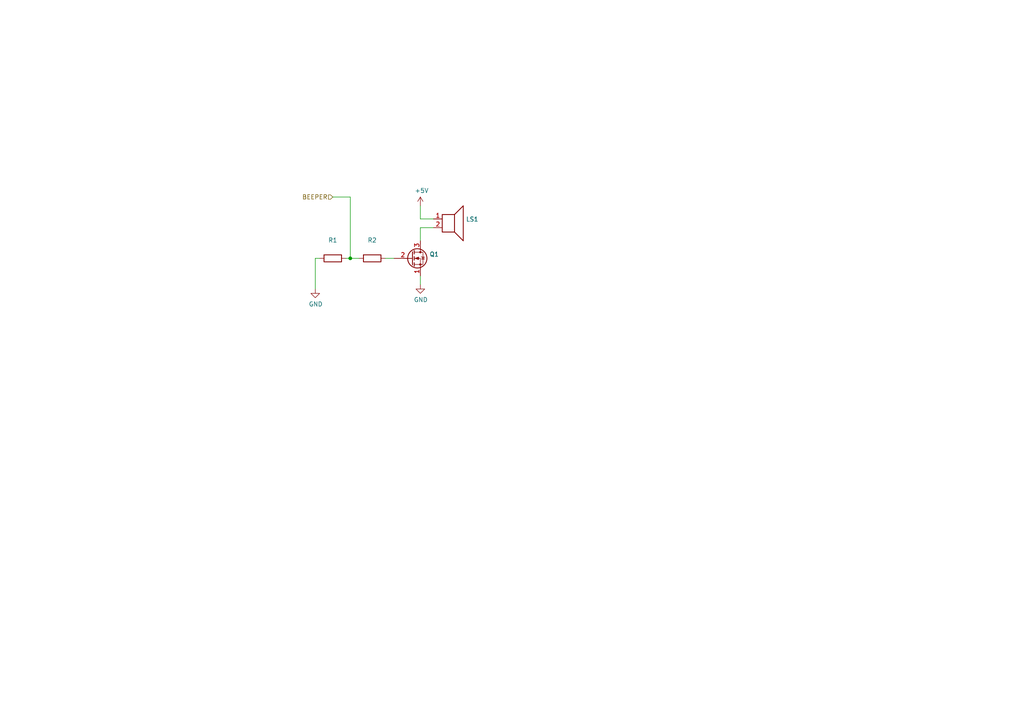
<source format=kicad_sch>
(kicad_sch (version 20211123) (generator eeschema)
  (paper "A4")
  (lib_symbols
    (symbol "Device:Q_NMOS_SGD" (pin_names (offset 0) hide)
      (property "Reference" "Q" (at 5.08 1.27 0))
      (property "Value" "Q_NMOS_SGD" (at 5.08 -1.27 0))
      (symbol "Q_NMOS_SGD_0_1"
        (polyline (pts (xy 0.254 0) (xy -2.54 0)))
        (polyline (pts (xy 0.254 1.905) (xy 0.254 -1.905)) (stroke (width 0.254)))
        (polyline (pts (xy 0.762 -1.27) (xy 0.762 -2.286)) (stroke (width 0.254)))
        (polyline (pts (xy 0.762 0.508) (xy 0.762 -0.508)) (stroke (width 0.254)))
        (polyline (pts (xy 0.762 2.286) (xy 0.762 1.27)) (stroke (width 0.254)))
        (polyline (pts (xy 2.54 2.54) (xy 2.54 1.778)))
        (polyline (pts (xy 2.54 -2.54) (xy 2.54 0) (xy 0.762 0)))
        (polyline (pts (xy 0.762 -1.778) (xy 3.302 -1.778) (xy 3.302 1.778) (xy 0.762 1.778)))
        (polyline (pts (xy 1.016 0) (xy 2.032 0.381) (xy 2.032 -0.381) (xy 1.016 0)) (fill (type outline)))
        (polyline (pts (xy 2.794 0.508) (xy 2.921 0.381) (xy 3.683 0.381) (xy 3.81 0.254)))
        (polyline (pts (xy 3.302 0.381) (xy 2.921 -0.254) (xy 3.683 -0.254) (xy 3.302 0.381)))
        (circle (center 1.651 0) (radius 2.794) (stroke (width 0.254)))
        (circle (center 2.54 -1.778) (radius 0.254) (fill (type outline)))
        (circle (center 2.54 1.778) (radius 0.254) (fill (type outline)))
      )
      (symbol "Q_NMOS_SGD_1_1"
        (pin passive line (at 2.54 -5.08 90) (length 2.54) (name "S") (number "1"))
        (pin input line (at -5.08 0 0) (length 5.08) (name "G") (number "2"))
        (pin passive line (at 2.54 5.08 270) (length 2.54) (name "D") (number "3"))
      )
    )
    (symbol "Device:R" (pin_numbers hide) (pin_names (offset 0))
      (property "Reference" "R" (at 2.032 0 90))
      (property "Value" "R" (at 0 0 90))
      (symbol "R_0_1"
        (rectangle (start -1.016 -2.54) (end 1.016 2.54) (stroke (width 0.254)))
      )
      (symbol "R_1_1"
        (pin passive line (at 0 3.81 270) (length 1.27) (name "~") (number "1"))
        (pin passive line (at 0 -3.81 90) (length 1.27) (name "~") (number "2"))
      )
    )
    (symbol "Device:Speaker" (pin_names (offset 0) hide)
      (property "Reference" "LS" (at 1.27 5.715 0))
      (property "Value" "Speaker" (at 1.27 3.81 0))
      (symbol "Speaker_0_0"
        (rectangle (start -2.54 1.27) (end 1.016 -3.81) (stroke (width 0.254)))
        (polyline (pts (xy 1.016 1.27) (xy 3.556 3.81) (xy 3.556 -6.35) (xy 1.016 -3.81)) (stroke (width 0.254)))
      )
      (symbol "Speaker_1_1"
        (pin input line (at -5.08 0 0) (length 2.54) (name "1") (number "1"))
        (pin input line (at -5.08 -2.54 0) (length 2.54) (name "2") (number "2"))
      )
    )
    (symbol "power:+5V" (power) (pin_names (offset 0))
      (property "Value" "+5V" (at 0 3.556 0))
      (symbol "+5V_0_1"
        (polyline (pts (xy -0.762 1.27) (xy 0 2.54)))
        (polyline (pts (xy 0 0) (xy 0 2.54)))
        (polyline (pts (xy 0 2.54) (xy 0.762 1.27)))
      )
      (symbol "+5V_1_1"
        (pin power_in line (at 0 0 90) (length 0) hide (name "+5V") (number "1"))
      )
    )
    (symbol "power:GND" (power) (pin_names (offset 0))
      (property "Value" "GND" (at 0 -3.81 0))
      (symbol "GND_0_1"
        (polyline (pts (xy 0 0) (xy 0 -1.27) (xy 1.27 -1.27) (xy 0 -2.54) (xy -1.27 -1.27) (xy 0 -1.27)))
      )
      (symbol "GND_1_1"
        (pin power_in line (at 0 0 270) (length 0) hide (name "GND") (number "1"))
      )
    )
  )
  (junction (at 101.6 74.93))
  (wire (pts (xy 101.6 74.93) (xy 101.6 57.15)))
  (wire (pts (xy 121.92 80.01) (xy 121.92 82.55)))
  (wire (pts (xy 125.73 66.04) (xy 121.92 66.04)))
  (wire (pts (xy 101.6 74.93) (xy 100.33 74.93)))
  (wire (pts (xy 125.73 63.5) (xy 121.92 63.5)))
  (wire (pts (xy 104.14 74.93) (xy 101.6 74.93)))
  (wire (pts (xy 121.92 66.04) (xy 121.92 69.85)))
  (wire (pts (xy 121.92 63.5) (xy 121.92 59.69)))
  (wire (pts (xy 91.44 74.93) (xy 91.44 83.82)))
  (wire (pts (xy 92.71 74.93) (xy 91.44 74.93)))
  (wire (pts (xy 101.6 57.15) (xy 96.52 57.15)))
  (wire (pts (xy 114.3 74.93) (xy 111.76 74.93)))
  (hierarchical_label "BEEPER" (shape input) (at 96.52 57.15 180))
  (symbol (lib_id "Device:Speaker") (at 130.81 63.5 0) (unit 1)
    (property "Reference" "LS1" (at 135.128 63.6016 0) (effects (justify left)))
  )
  (symbol (lib_id "Device:Q_NMOS_SGD") (at 119.38 74.93 0) (unit 1)
    (property "Reference" "Q1" (at 124.5616 73.7616 0) (effects (justify left)))
  )
  (symbol (lib_id "power:+5V") (at 121.92 59.69 0) (unit 1)
    (property "Reference" "#PWR?" (effects hide))
  )
  (symbol (lib_id "Device:R") (at 107.95 74.93 270) (unit 1)
    (property "Reference" "R2" (at 107.95 69.6722 90))
  )
  (symbol (lib_id "Device:R") (at 96.52 74.93 270) (unit 1)
    (property "Reference" "R1" (at 96.52 69.6722 90))
  )
  (symbol (lib_id "power:GND") (at 121.92 82.55 0) (unit 1)
    (property "Reference" "#PWR?" (effects hide))
  )
  (symbol (lib_id "power:GND") (at 91.44 83.82 0) (unit 1)
    (property "Reference" "#PWR?" (effects hide))
  )
)
</source>
